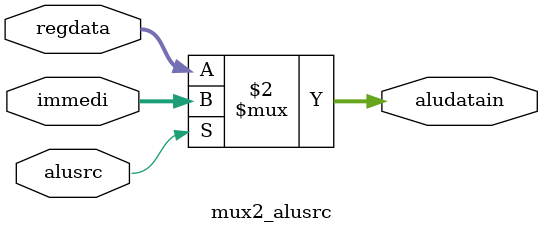
<source format=v>
`timescale 1ns / 1ps


module mux2_alusrc(
input alusrc,
input [31:0]immedi,
input [31:0]regdata,
output [31:0]aludatain
    );
assign aludatain=(alusrc!=0)?immedi:regdata;
endmodule

</source>
